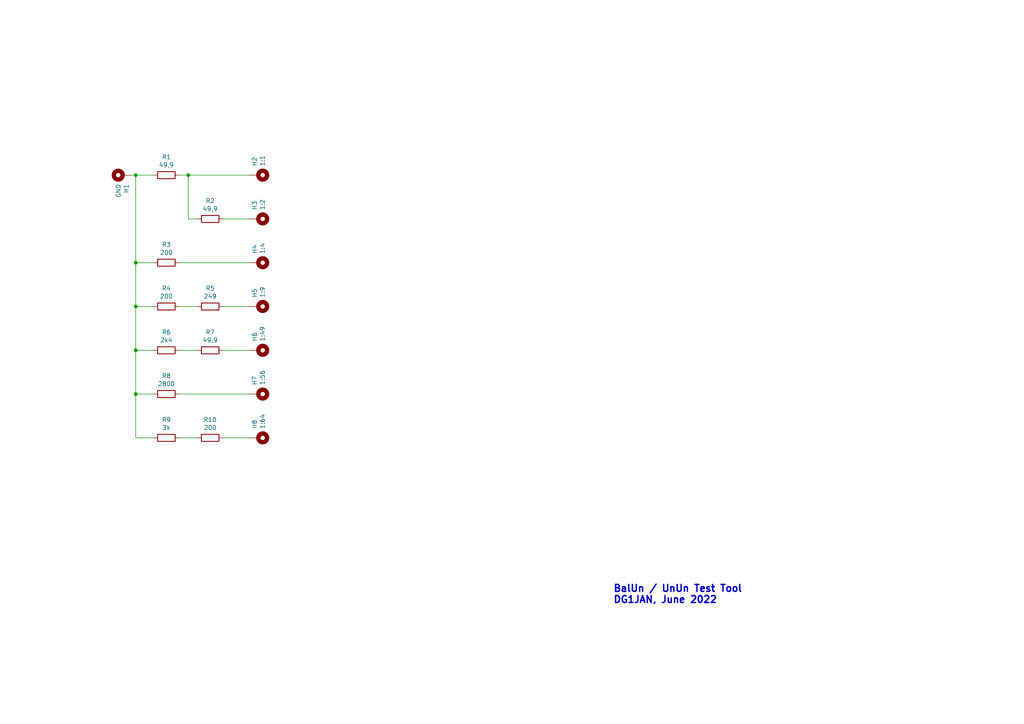
<source format=kicad_sch>
(kicad_sch (version 20211123) (generator eeschema)

  (uuid b19cd560-a5e9-463c-a966-c8253c6ca685)

  (paper "A4")

  (lib_symbols
    (symbol "Device:R" (pin_numbers hide) (pin_names (offset 0)) (in_bom yes) (on_board yes)
      (property "Reference" "R" (id 0) (at 2.032 0 90)
        (effects (font (size 1.27 1.27)))
      )
      (property "Value" "R" (id 1) (at 0 0 90)
        (effects (font (size 1.27 1.27)))
      )
      (property "Footprint" "" (id 2) (at -1.778 0 90)
        (effects (font (size 1.27 1.27)) hide)
      )
      (property "Datasheet" "~" (id 3) (at 0 0 0)
        (effects (font (size 1.27 1.27)) hide)
      )
      (property "ki_keywords" "R res resistor" (id 4) (at 0 0 0)
        (effects (font (size 1.27 1.27)) hide)
      )
      (property "ki_description" "Resistor" (id 5) (at 0 0 0)
        (effects (font (size 1.27 1.27)) hide)
      )
      (property "ki_fp_filters" "R_*" (id 6) (at 0 0 0)
        (effects (font (size 1.27 1.27)) hide)
      )
      (symbol "R_0_1"
        (rectangle (start -1.016 -2.54) (end 1.016 2.54)
          (stroke (width 0.254) (type default) (color 0 0 0 0))
          (fill (type none))
        )
      )
      (symbol "R_1_1"
        (pin passive line (at 0 3.81 270) (length 1.27)
          (name "~" (effects (font (size 1.27 1.27))))
          (number "1" (effects (font (size 1.27 1.27))))
        )
        (pin passive line (at 0 -3.81 90) (length 1.27)
          (name "~" (effects (font (size 1.27 1.27))))
          (number "2" (effects (font (size 1.27 1.27))))
        )
      )
    )
    (symbol "Mechanical:MountingHole_Pad" (pin_numbers hide) (pin_names (offset 1.016) hide) (in_bom yes) (on_board yes)
      (property "Reference" "H" (id 0) (at 0 6.35 0)
        (effects (font (size 1.27 1.27)))
      )
      (property "Value" "MountingHole_Pad" (id 1) (at 0 4.445 0)
        (effects (font (size 1.27 1.27)))
      )
      (property "Footprint" "" (id 2) (at 0 0 0)
        (effects (font (size 1.27 1.27)) hide)
      )
      (property "Datasheet" "~" (id 3) (at 0 0 0)
        (effects (font (size 1.27 1.27)) hide)
      )
      (property "ki_keywords" "mounting hole" (id 4) (at 0 0 0)
        (effects (font (size 1.27 1.27)) hide)
      )
      (property "ki_description" "Mounting Hole with connection" (id 5) (at 0 0 0)
        (effects (font (size 1.27 1.27)) hide)
      )
      (property "ki_fp_filters" "MountingHole*Pad*" (id 6) (at 0 0 0)
        (effects (font (size 1.27 1.27)) hide)
      )
      (symbol "MountingHole_Pad_0_1"
        (circle (center 0 1.27) (radius 1.27)
          (stroke (width 1.27) (type default) (color 0 0 0 0))
          (fill (type none))
        )
      )
      (symbol "MountingHole_Pad_1_1"
        (pin input line (at 0 -2.54 90) (length 2.54)
          (name "1" (effects (font (size 1.27 1.27))))
          (number "1" (effects (font (size 1.27 1.27))))
        )
      )
    )
  )

  (junction (at 39.37 76.2) (diameter 0) (color 0 0 0 0)
    (uuid 0ace4b9c-e974-493c-9c8d-a22dd2df51aa)
  )
  (junction (at 39.37 101.6) (diameter 0) (color 0 0 0 0)
    (uuid 3ed2064a-58c1-41e2-b94a-d799060fde12)
  )
  (junction (at 39.37 50.8) (diameter 0) (color 0 0 0 0)
    (uuid af8ec626-de0f-4d46-84d2-a5e46a2e681a)
  )
  (junction (at 54.61 50.8) (diameter 0) (color 0 0 0 0)
    (uuid bc8014e8-9a9a-4225-9985-ead76c81c818)
  )
  (junction (at 39.37 88.9) (diameter 0) (color 0 0 0 0)
    (uuid cd126961-4976-4846-912f-de233f041994)
  )
  (junction (at 39.37 114.3) (diameter 0) (color 0 0 0 0)
    (uuid effa45de-af88-49ca-9e47-fc0b1bad601a)
  )

  (wire (pts (xy 64.77 88.9) (xy 72.39 88.9))
    (stroke (width 0) (type default) (color 0 0 0 0))
    (uuid 0085a2fd-f324-4b52-9a3e-95923e220d7c)
  )
  (wire (pts (xy 64.77 101.6) (xy 72.39 101.6))
    (stroke (width 0) (type default) (color 0 0 0 0))
    (uuid 13d69af9-f276-4593-9da9-f2054ac7f338)
  )
  (wire (pts (xy 64.77 127) (xy 72.39 127))
    (stroke (width 0) (type default) (color 0 0 0 0))
    (uuid 156aa060-35e7-4dce-90b3-102db54539b8)
  )
  (wire (pts (xy 52.07 76.2) (xy 72.39 76.2))
    (stroke (width 0) (type default) (color 0 0 0 0))
    (uuid 49b17a6b-11f5-41ee-bd39-62038b83d57e)
  )
  (wire (pts (xy 52.07 88.9) (xy 57.15 88.9))
    (stroke (width 0) (type default) (color 0 0 0 0))
    (uuid 5544e7c3-148b-4e10-9d88-4dc399152014)
  )
  (wire (pts (xy 54.61 50.8) (xy 54.61 63.5))
    (stroke (width 0) (type default) (color 0 0 0 0))
    (uuid 584ee6b7-7b3e-4fab-9b94-c2ef3f1c3203)
  )
  (wire (pts (xy 57.15 63.5) (xy 54.61 63.5))
    (stroke (width 0) (type default) (color 0 0 0 0))
    (uuid 5929b65c-8331-4b22-b76b-57db060b2532)
  )
  (wire (pts (xy 39.37 50.8) (xy 44.45 50.8))
    (stroke (width 0) (type default) (color 0 0 0 0))
    (uuid 5a37c6d5-92fc-4c2c-9c7b-f8dbac506008)
  )
  (wire (pts (xy 52.07 114.3) (xy 72.39 114.3))
    (stroke (width 0) (type default) (color 0 0 0 0))
    (uuid 68035970-d75c-4abd-a12d-9d82b2b62b3b)
  )
  (wire (pts (xy 39.37 76.2) (xy 39.37 88.9))
    (stroke (width 0) (type default) (color 0 0 0 0))
    (uuid 7f9fe816-fb7a-4648-aa9d-0c120ba73203)
  )
  (wire (pts (xy 39.37 88.9) (xy 44.45 88.9))
    (stroke (width 0) (type default) (color 0 0 0 0))
    (uuid 811a6fb8-53bd-450a-839c-fed883b44c89)
  )
  (wire (pts (xy 39.37 101.6) (xy 44.45 101.6))
    (stroke (width 0) (type default) (color 0 0 0 0))
    (uuid 8a5685b5-f676-40f5-bab9-5edd352ed6d9)
  )
  (wire (pts (xy 39.37 114.3) (xy 44.45 114.3))
    (stroke (width 0) (type default) (color 0 0 0 0))
    (uuid 8a8d834a-1200-4e58-8361-7e338b767b72)
  )
  (wire (pts (xy 72.39 63.5) (xy 64.77 63.5))
    (stroke (width 0) (type default) (color 0 0 0 0))
    (uuid 8ffa72bc-1f88-4cf0-90c7-b9625f73cd83)
  )
  (wire (pts (xy 39.37 101.6) (xy 39.37 114.3))
    (stroke (width 0) (type default) (color 0 0 0 0))
    (uuid 92def671-86ab-4dae-8653-65dc844b88e5)
  )
  (wire (pts (xy 52.07 101.6) (xy 57.15 101.6))
    (stroke (width 0) (type default) (color 0 0 0 0))
    (uuid a7108048-7948-493f-acbb-6887be305fff)
  )
  (wire (pts (xy 39.37 50.8) (xy 39.37 76.2))
    (stroke (width 0) (type default) (color 0 0 0 0))
    (uuid ae6dc6c1-f067-4ab3-ba66-4595f1aa2bb5)
  )
  (wire (pts (xy 38.1 50.8) (xy 39.37 50.8))
    (stroke (width 0) (type default) (color 0 0 0 0))
    (uuid b579d1bd-816a-412e-b5bb-e984d0c04bfb)
  )
  (wire (pts (xy 52.07 127) (xy 57.15 127))
    (stroke (width 0) (type default) (color 0 0 0 0))
    (uuid b688c8bc-a2c9-4497-b418-62ef8872e044)
  )
  (wire (pts (xy 39.37 76.2) (xy 44.45 76.2))
    (stroke (width 0) (type default) (color 0 0 0 0))
    (uuid bfebd875-3ac7-48d0-9d7b-ecad29896ee6)
  )
  (wire (pts (xy 39.37 114.3) (xy 39.37 127))
    (stroke (width 0) (type default) (color 0 0 0 0))
    (uuid ce5cc42f-1e83-4cb2-9399-02f41d4cd456)
  )
  (wire (pts (xy 52.07 50.8) (xy 54.61 50.8))
    (stroke (width 0) (type default) (color 0 0 0 0))
    (uuid ce7c382d-6dc6-430b-a3e1-3ce9cedf8123)
  )
  (wire (pts (xy 39.37 88.9) (xy 39.37 101.6))
    (stroke (width 0) (type default) (color 0 0 0 0))
    (uuid d3b0f231-47de-4f7b-b952-4bca35f27ce5)
  )
  (wire (pts (xy 54.61 50.8) (xy 72.39 50.8))
    (stroke (width 0) (type default) (color 0 0 0 0))
    (uuid e3c8fd24-b3db-4396-a6e0-a84f02521ac0)
  )
  (wire (pts (xy 39.37 127) (xy 44.45 127))
    (stroke (width 0) (type default) (color 0 0 0 0))
    (uuid f677500e-c6b6-4082-a28d-1d48149b678a)
  )

  (text "BalUn / UnUn Test Tool\nDG1JAN, June 2022" (at 177.8 175.26 0)
    (effects (font (size 2.0066 2.0066) (thickness 0.4013) bold) (justify left bottom))
    (uuid d6e97262-6081-4ae9-8362-848eab0dc92e)
  )

  (symbol (lib_id "Device:R") (at 48.26 50.8 270) (unit 1)
    (in_bom yes) (on_board yes)
    (uuid 00000000-0000-0000-0000-000062b28610)
    (property "Reference" "R1" (id 0) (at 48.26 45.5422 90))
    (property "Value" "" (id 1) (at 48.26 47.8536 90))
    (property "Footprint" "" (id 2) (at 48.26 49.022 90)
      (effects (font (size 1.27 1.27)) hide)
    )
    (property "Datasheet" "~" (id 3) (at 48.26 50.8 0)
      (effects (font (size 1.27 1.27)) hide)
    )
    (property "Field4" "RCP1206W50R0GEB" (id 4) (at 48.26 50.8 0)
      (effects (font (size 1.27 1.27)) hide)
    )
    (pin "1" (uuid b48978aa-3f79-41b8-87e4-663657a4d2ce))
    (pin "2" (uuid 53cae77d-9bbd-409b-bc81-5e91115854f7))
  )

  (symbol (lib_id "Device:R") (at 60.96 63.5 270) (unit 1)
    (in_bom yes) (on_board yes)
    (uuid 00000000-0000-0000-0000-000062b297cc)
    (property "Reference" "R2" (id 0) (at 60.96 58.2422 90))
    (property "Value" "" (id 1) (at 60.96 60.5536 90))
    (property "Footprint" "" (id 2) (at 60.96 61.722 90)
      (effects (font (size 1.27 1.27)) hide)
    )
    (property "Datasheet" "~" (id 3) (at 60.96 63.5 0)
      (effects (font (size 1.27 1.27)) hide)
    )
    (property "Field4" "RCP1206W50R0GEB" (id 4) (at 60.96 63.5 0)
      (effects (font (size 1.27 1.27)) hide)
    )
    (pin "1" (uuid 6024a944-1304-4107-8e8c-2910a9a4c2dc))
    (pin "2" (uuid 0456880d-575b-435d-beef-bb187964321c))
  )

  (symbol (lib_id "Device:R") (at 48.26 76.2 270) (unit 1)
    (in_bom yes) (on_board yes)
    (uuid 00000000-0000-0000-0000-000062b2a09d)
    (property "Reference" "R3" (id 0) (at 48.26 70.9422 90))
    (property "Value" "" (id 1) (at 48.26 73.2536 90))
    (property "Footprint" "" (id 2) (at 48.26 74.422 90)
      (effects (font (size 1.27 1.27)) hide)
    )
    (property "Datasheet" "~" (id 3) (at 48.26 76.2 0)
      (effects (font (size 1.27 1.27)) hide)
    )
    (property "Field4" "RCP1206W100RGEB" (id 4) (at 48.26 76.2 0)
      (effects (font (size 1.27 1.27)) hide)
    )
    (pin "1" (uuid 36d2d90a-5ce8-4b7f-8648-bef2841c3af3))
    (pin "2" (uuid 35188f2e-8f21-4951-bd54-b47dd9c2de72))
  )

  (symbol (lib_id "Device:R") (at 48.26 88.9 270) (unit 1)
    (in_bom yes) (on_board yes)
    (uuid 00000000-0000-0000-0000-000062b2bc57)
    (property "Reference" "R4" (id 0) (at 48.26 83.6422 90))
    (property "Value" "" (id 1) (at 48.26 85.9536 90))
    (property "Footprint" "" (id 2) (at 48.26 87.122 90)
      (effects (font (size 1.27 1.27)) hide)
    )
    (property "Datasheet" "~" (id 3) (at 48.26 88.9 0)
      (effects (font (size 1.27 1.27)) hide)
    )
    (property "Field4" "RCP1206W100RGEB" (id 4) (at 48.26 88.9 0)
      (effects (font (size 1.27 1.27)) hide)
    )
    (pin "1" (uuid ee173b48-dd1e-42db-b791-a3eca85a8407))
    (pin "2" (uuid efa8f128-d904-4d71-aadb-c890e1ea001e))
  )

  (symbol (lib_id "Device:R") (at 48.26 114.3 270) (unit 1)
    (in_bom yes) (on_board yes)
    (uuid 00000000-0000-0000-0000-000062b2c707)
    (property "Reference" "R8" (id 0) (at 48.26 109.0422 90))
    (property "Value" "" (id 1) (at 48.26 111.3536 90))
    (property "Footprint" "" (id 2) (at 48.26 112.522 90)
      (effects (font (size 1.27 1.27)) hide)
    )
    (property "Datasheet" "~" (id 3) (at 48.26 114.3 0)
      (effects (font (size 1.27 1.27)) hide)
    )
    (property "Field4" "" (id 4) (at 48.26 114.3 0)
      (effects (font (size 1.27 1.27)) hide)
    )
    (pin "1" (uuid e7a7c88d-fd32-4e28-8303-3b4cc36e7308))
    (pin "2" (uuid 631cd57b-aa9c-4e12-a141-755ab9bdc7d4))
  )

  (symbol (lib_id "Device:R") (at 48.26 127 270) (unit 1)
    (in_bom yes) (on_board yes)
    (uuid 00000000-0000-0000-0000-000062b2ce4b)
    (property "Reference" "R9" (id 0) (at 48.26 121.7422 90))
    (property "Value" "" (id 1) (at 48.26 124.0536 90))
    (property "Footprint" "" (id 2) (at 48.26 125.222 90)
      (effects (font (size 1.27 1.27)) hide)
    )
    (property "Datasheet" "~" (id 3) (at 48.26 127 0)
      (effects (font (size 1.27 1.27)) hide)
    )
    (property "Field4" "" (id 4) (at 48.26 127 0)
      (effects (font (size 1.27 1.27)) hide)
    )
    (pin "1" (uuid d9948e52-a3b6-4cdb-844f-3c2aa1b34b6b))
    (pin "2" (uuid 74838c28-ff6b-45f1-8aab-03ac4b61f770))
  )

  (symbol (lib_id "Mechanical:MountingHole_Pad") (at 35.56 50.8 90) (unit 1)
    (in_bom yes) (on_board yes)
    (uuid 00000000-0000-0000-0000-000062b2dda6)
    (property "Reference" "H1" (id 0) (at 36.6522 53.34 0)
      (effects (font (size 1.27 1.27)) (justify right))
    )
    (property "Value" "" (id 1) (at 34.3408 53.34 0)
      (effects (font (size 1.27 1.27)) (justify right))
    )
    (property "Footprint" "" (id 2) (at 35.56 50.8 0)
      (effects (font (size 1.27 1.27)) hide)
    )
    (property "Datasheet" "~" (id 3) (at 35.56 50.8 0)
      (effects (font (size 1.27 1.27)) hide)
    )
    (pin "1" (uuid ad8b413c-3634-45f4-bc68-49bafb796717))
  )

  (symbol (lib_id "Mechanical:MountingHole_Pad") (at 74.93 50.8 270) (unit 1)
    (in_bom yes) (on_board yes)
    (uuid 00000000-0000-0000-0000-000062b2ec24)
    (property "Reference" "H2" (id 0) (at 73.8378 48.26 0)
      (effects (font (size 1.27 1.27)) (justify right))
    )
    (property "Value" "" (id 1) (at 76.1492 48.26 0)
      (effects (font (size 1.27 1.27)) (justify right))
    )
    (property "Footprint" "" (id 2) (at 74.93 50.8 0)
      (effects (font (size 1.27 1.27)) hide)
    )
    (property "Datasheet" "~" (id 3) (at 74.93 50.8 0)
      (effects (font (size 1.27 1.27)) hide)
    )
    (pin "1" (uuid 358eefe2-2eaf-46d7-bb6f-491cbd76988f))
  )

  (symbol (lib_id "Mechanical:MountingHole_Pad") (at 74.93 63.5 270) (unit 1)
    (in_bom yes) (on_board yes)
    (uuid 00000000-0000-0000-0000-000062b2f095)
    (property "Reference" "H3" (id 0) (at 73.8378 60.96 0)
      (effects (font (size 1.27 1.27)) (justify right))
    )
    (property "Value" "" (id 1) (at 76.1492 60.96 0)
      (effects (font (size 1.27 1.27)) (justify right))
    )
    (property "Footprint" "" (id 2) (at 74.93 63.5 0)
      (effects (font (size 1.27 1.27)) hide)
    )
    (property "Datasheet" "~" (id 3) (at 74.93 63.5 0)
      (effects (font (size 1.27 1.27)) hide)
    )
    (pin "1" (uuid 1363df8f-38e9-4cc9-ad3a-dbe15b0dbb94))
  )

  (symbol (lib_id "Mechanical:MountingHole_Pad") (at 74.93 76.2 270) (unit 1)
    (in_bom yes) (on_board yes)
    (uuid 00000000-0000-0000-0000-000062b2f34c)
    (property "Reference" "H4" (id 0) (at 73.8378 73.66 0)
      (effects (font (size 1.27 1.27)) (justify right))
    )
    (property "Value" "" (id 1) (at 76.1492 73.66 0)
      (effects (font (size 1.27 1.27)) (justify right))
    )
    (property "Footprint" "" (id 2) (at 74.93 76.2 0)
      (effects (font (size 1.27 1.27)) hide)
    )
    (property "Datasheet" "~" (id 3) (at 74.93 76.2 0)
      (effects (font (size 1.27 1.27)) hide)
    )
    (pin "1" (uuid 06b06ad7-5dc7-480b-b0b4-1aa72f1006c3))
  )

  (symbol (lib_id "Mechanical:MountingHole_Pad") (at 74.93 101.6 270) (unit 1)
    (in_bom yes) (on_board yes)
    (uuid 00000000-0000-0000-0000-000062b2f76f)
    (property "Reference" "H6" (id 0) (at 73.8378 99.06 0)
      (effects (font (size 1.27 1.27)) (justify right))
    )
    (property "Value" "" (id 1) (at 76.1492 99.06 0)
      (effects (font (size 1.27 1.27)) (justify right))
    )
    (property "Footprint" "" (id 2) (at 74.93 101.6 0)
      (effects (font (size 1.27 1.27)) hide)
    )
    (property "Datasheet" "~" (id 3) (at 74.93 101.6 0)
      (effects (font (size 1.27 1.27)) hide)
    )
    (pin "1" (uuid 7ef9d13b-22bd-42f6-a1fc-69c3fbb9c424))
  )

  (symbol (lib_id "Mechanical:MountingHole_Pad") (at 74.93 88.9 270) (unit 1)
    (in_bom yes) (on_board yes)
    (uuid 00000000-0000-0000-0000-000062b2fa72)
    (property "Reference" "H5" (id 0) (at 73.8378 86.36 0)
      (effects (font (size 1.27 1.27)) (justify right))
    )
    (property "Value" "" (id 1) (at 76.1492 86.36 0)
      (effects (font (size 1.27 1.27)) (justify right))
    )
    (property "Footprint" "" (id 2) (at 74.93 88.9 0)
      (effects (font (size 1.27 1.27)) hide)
    )
    (property "Datasheet" "~" (id 3) (at 74.93 88.9 0)
      (effects (font (size 1.27 1.27)) hide)
    )
    (pin "1" (uuid 48d226c1-4c96-4490-ad1e-7aeecd9d27c7))
  )

  (symbol (lib_id "Mechanical:MountingHole_Pad") (at 74.93 114.3 270) (unit 1)
    (in_bom yes) (on_board yes)
    (uuid 00000000-0000-0000-0000-000062b2fc95)
    (property "Reference" "H7" (id 0) (at 73.8378 111.76 0)
      (effects (font (size 1.27 1.27)) (justify right))
    )
    (property "Value" "" (id 1) (at 76.1492 111.76 0)
      (effects (font (size 1.27 1.27)) (justify right))
    )
    (property "Footprint" "" (id 2) (at 74.93 114.3 0)
      (effects (font (size 1.27 1.27)) hide)
    )
    (property "Datasheet" "~" (id 3) (at 74.93 114.3 0)
      (effects (font (size 1.27 1.27)) hide)
    )
    (pin "1" (uuid e801b8aa-f9d7-4eb2-a443-8f53fd24933b))
  )

  (symbol (lib_id "Mechanical:MountingHole_Pad") (at 74.93 127 270) (unit 1)
    (in_bom yes) (on_board yes)
    (uuid 00000000-0000-0000-0000-000062b3022a)
    (property "Reference" "H8" (id 0) (at 73.8378 124.46 0)
      (effects (font (size 1.27 1.27)) (justify right))
    )
    (property "Value" "" (id 1) (at 76.1492 124.46 0)
      (effects (font (size 1.27 1.27)) (justify right))
    )
    (property "Footprint" "" (id 2) (at 74.93 127 0)
      (effects (font (size 1.27 1.27)) hide)
    )
    (property "Datasheet" "~" (id 3) (at 74.93 127 0)
      (effects (font (size 1.27 1.27)) hide)
    )
    (pin "1" (uuid 7dc062df-1cf4-46a4-8133-18ecb06740aa))
  )

  (symbol (lib_id "Device:R") (at 60.96 88.9 270) (unit 1)
    (in_bom yes) (on_board yes)
    (uuid 00000000-0000-0000-0000-000063fd2124)
    (property "Reference" "R5" (id 0) (at 60.96 83.6422 90))
    (property "Value" "" (id 1) (at 60.96 85.9536 90))
    (property "Footprint" "" (id 2) (at 60.96 87.122 90)
      (effects (font (size 1.27 1.27)) hide)
    )
    (property "Datasheet" "~" (id 3) (at 60.96 88.9 0)
      (effects (font (size 1.27 1.27)) hide)
    )
    (property "Field4" "" (id 4) (at 60.96 88.9 0)
      (effects (font (size 1.27 1.27)) hide)
    )
    (pin "1" (uuid 537810e3-614b-4d51-af10-89f62fa6abc4))
    (pin "2" (uuid b4e7a09d-3a82-4224-8e34-6a28201d98f8))
  )

  (symbol (lib_id "Device:R") (at 48.26 101.6 270) (unit 1)
    (in_bom yes) (on_board yes)
    (uuid 00000000-0000-0000-0000-000063fd79d9)
    (property "Reference" "R6" (id 0) (at 48.26 96.3422 90))
    (property "Value" "" (id 1) (at 48.26 98.6536 90))
    (property "Footprint" "" (id 2) (at 48.26 99.822 90)
      (effects (font (size 1.27 1.27)) hide)
    )
    (property "Datasheet" "~" (id 3) (at 48.26 101.6 0)
      (effects (font (size 1.27 1.27)) hide)
    )
    (property "Field4" "RCP1206W100RGEB" (id 4) (at 48.26 101.6 0)
      (effects (font (size 1.27 1.27)) hide)
    )
    (pin "1" (uuid 204c4a04-99b0-4f47-adb3-f0ad8a328f17))
    (pin "2" (uuid 01bd81bf-a240-461c-984c-0578ddd032b7))
  )

  (symbol (lib_id "Device:R") (at 60.96 101.6 270) (unit 1)
    (in_bom yes) (on_board yes)
    (uuid 00000000-0000-0000-0000-000063fd79e0)
    (property "Reference" "R7" (id 0) (at 60.96 96.3422 90))
    (property "Value" "" (id 1) (at 60.96 98.6536 90))
    (property "Footprint" "" (id 2) (at 60.96 99.822 90)
      (effects (font (size 1.27 1.27)) hide)
    )
    (property "Datasheet" "~" (id 3) (at 60.96 101.6 0)
      (effects (font (size 1.27 1.27)) hide)
    )
    (property "Field4" "" (id 4) (at 60.96 101.6 0)
      (effects (font (size 1.27 1.27)) hide)
    )
    (pin "1" (uuid 0ff0c9fc-17e5-478f-ab97-26a7acc9d1a8))
    (pin "2" (uuid a11669c6-af20-4c2a-aaab-9fd9779f20d4))
  )

  (symbol (lib_id "Device:R") (at 60.96 127 270) (unit 1)
    (in_bom yes) (on_board yes)
    (uuid 00000000-0000-0000-0000-000063fda817)
    (property "Reference" "R10" (id 0) (at 60.96 121.7422 90))
    (property "Value" "" (id 1) (at 60.96 124.0536 90))
    (property "Footprint" "" (id 2) (at 60.96 125.222 90)
      (effects (font (size 1.27 1.27)) hide)
    )
    (property "Datasheet" "~" (id 3) (at 60.96 127 0)
      (effects (font (size 1.27 1.27)) hide)
    )
    (property "Field4" "" (id 4) (at 60.96 127 0)
      (effects (font (size 1.27 1.27)) hide)
    )
    (pin "1" (uuid ca02ef28-db40-4589-8273-55e7fedafa44))
    (pin "2" (uuid 75cbeeb5-fc02-4dcb-97e4-6302cad80807))
  )

  (sheet_instances
    (path "/" (page "1"))
  )

  (symbol_instances
    (path "/00000000-0000-0000-0000-000062b2dda6"
      (reference "H1") (unit 1) (value "GND") (footprint "MountingHole:MountingHole_4mm_Pad")
    )
    (path "/00000000-0000-0000-0000-000062b2ec24"
      (reference "H2") (unit 1) (value "1:1") (footprint "MountingHole:MountingHole_4mm_Pad")
    )
    (path "/00000000-0000-0000-0000-000062b2f095"
      (reference "H3") (unit 1) (value "1:2") (footprint "MountingHole:MountingHole_4mm_Pad")
    )
    (path "/00000000-0000-0000-0000-000062b2f34c"
      (reference "H4") (unit 1) (value "1:4") (footprint "MountingHole:MountingHole_4mm_Pad")
    )
    (path "/00000000-0000-0000-0000-000062b2fa72"
      (reference "H5") (unit 1) (value "1:9") (footprint "MountingHole:MountingHole_4mm_Pad")
    )
    (path "/00000000-0000-0000-0000-000062b2f76f"
      (reference "H6") (unit 1) (value "1:49") (footprint "MountingHole:MountingHole_4mm_Pad")
    )
    (path "/00000000-0000-0000-0000-000062b2fc95"
      (reference "H7") (unit 1) (value "1:56") (footprint "MountingHole:MountingHole_4mm_Pad")
    )
    (path "/00000000-0000-0000-0000-000062b3022a"
      (reference "H8") (unit 1) (value "1:64") (footprint "MountingHole:MountingHole_4mm_Pad")
    )
    (path "/00000000-0000-0000-0000-000062b28610"
      (reference "R1") (unit 1) (value "49,9") (footprint "Resistor_THT:R_Axial_DIN0207_L6.3mm_D2.5mm_P7.62mm_Horizontal")
    )
    (path "/00000000-0000-0000-0000-000062b297cc"
      (reference "R2") (unit 1) (value "49,9") (footprint "Resistor_THT:R_Axial_DIN0207_L6.3mm_D2.5mm_P7.62mm_Horizontal")
    )
    (path "/00000000-0000-0000-0000-000062b2a09d"
      (reference "R3") (unit 1) (value "200") (footprint "Resistor_THT:R_Axial_DIN0207_L6.3mm_D2.5mm_P7.62mm_Horizontal")
    )
    (path "/00000000-0000-0000-0000-000062b2bc57"
      (reference "R4") (unit 1) (value "200") (footprint "Resistor_THT:R_Axial_DIN0207_L6.3mm_D2.5mm_P7.62mm_Horizontal")
    )
    (path "/00000000-0000-0000-0000-000063fd2124"
      (reference "R5") (unit 1) (value "249") (footprint "Resistor_THT:R_Axial_DIN0207_L6.3mm_D2.5mm_P7.62mm_Horizontal")
    )
    (path "/00000000-0000-0000-0000-000063fd79d9"
      (reference "R6") (unit 1) (value "2k4") (footprint "Resistor_THT:R_Axial_DIN0207_L6.3mm_D2.5mm_P7.62mm_Horizontal")
    )
    (path "/00000000-0000-0000-0000-000063fd79e0"
      (reference "R7") (unit 1) (value "49,9") (footprint "Resistor_THT:R_Axial_DIN0207_L6.3mm_D2.5mm_P7.62mm_Horizontal")
    )
    (path "/00000000-0000-0000-0000-000062b2c707"
      (reference "R8") (unit 1) (value "2800") (footprint "Resistor_THT:R_Axial_DIN0207_L6.3mm_D2.5mm_P7.62mm_Horizontal")
    )
    (path "/00000000-0000-0000-0000-000062b2ce4b"
      (reference "R9") (unit 1) (value "3k") (footprint "Resistor_THT:R_Axial_DIN0207_L6.3mm_D2.5mm_P7.62mm_Horizontal")
    )
    (path "/00000000-0000-0000-0000-000063fda817"
      (reference "R10") (unit 1) (value "200") (footprint "Resistor_THT:R_Axial_DIN0207_L6.3mm_D2.5mm_P7.62mm_Horizontal")
    )
  )
)

</source>
